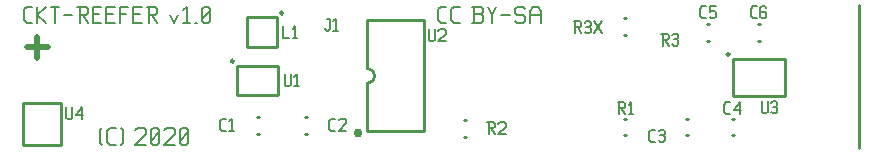
<source format=gbr>
G04 start of page 9 for group -4079 idx -4079 *
G04 Title: (unknown), topsilk *
G04 Creator: pcb 20140316 *
G04 CreationDate: Thu 20 Aug 2020 03:01:14 AM GMT UTC *
G04 For: railfan *
G04 Format: Gerber/RS-274X *
G04 PCB-Dimensions (mil): 3100.00 750.00 *
G04 PCB-Coordinate-Origin: lower left *
%MOIN*%
%FSLAX25Y25*%
%LNTOPSILK*%
%ADD62C,0.0060*%
%ADD61C,0.0300*%
%ADD60C,0.0200*%
%ADD59C,0.0100*%
G54D59*X291500Y63000D02*Y15500D01*
G54D60*X17500Y52500D02*Y45500D01*
X14000Y49000D02*X21000D01*
G54D61*X124500Y20500D03*
G54D62*X38500Y17200D02*X39200Y16500D01*
X38500Y21400D02*X39200Y22100D01*
X38500Y21400D02*Y17200D01*
X41860Y16500D02*X43680D01*
X40880Y17480D02*X41860Y16500D01*
X40880Y21120D02*Y17480D01*
Y21120D02*X41860Y22100D01*
X43680D01*
X45360D02*X46060Y21400D01*
Y17200D01*
X45360Y16500D02*X46060Y17200D01*
X50260Y21400D02*X50960Y22100D01*
X53060D01*
X53760Y21400D01*
Y20000D01*
X50260Y16500D02*X53760Y20000D01*
X50260Y16500D02*X53760D01*
X55440Y17200D02*X56140Y16500D01*
X55440Y21400D02*Y17200D01*
Y21400D02*X56140Y22100D01*
X57540D01*
X58240Y21400D01*
Y17200D01*
X57540Y16500D02*X58240Y17200D01*
X56140Y16500D02*X57540D01*
X55440Y17900D02*X58240Y20700D01*
X59920Y21400D02*X60620Y22100D01*
X62720D01*
X63420Y21400D01*
Y20000D01*
X59920Y16500D02*X63420Y20000D01*
X59920Y16500D02*X63420D01*
X65100Y17200D02*X65800Y16500D01*
X65100Y21400D02*Y17200D01*
Y21400D02*X65800Y22100D01*
X67200D01*
X67900Y21400D01*
Y17200D01*
X67200Y16500D02*X67900Y17200D01*
X65800Y16500D02*X67200D01*
X65100Y17900D02*X67900Y20700D01*
X151980Y57000D02*X153800D01*
X151000Y57980D02*X151980Y57000D01*
X151000Y61620D02*Y57980D01*
Y61620D02*X151980Y62600D01*
X153800D01*
X156460Y57000D02*X158280D01*
X155480Y57980D02*X156460Y57000D01*
X155480Y61620D02*Y57980D01*
Y61620D02*X156460Y62600D01*
X158280D01*
X162480Y57000D02*X165280D01*
X165980Y57700D01*
Y59380D02*Y57700D01*
X165280Y60080D02*X165980Y59380D01*
X163180Y60080D02*X165280D01*
X163180Y62600D02*Y57000D01*
X162480Y62600D02*X165280D01*
X165980Y61900D01*
Y60780D01*
X165280Y60080D02*X165980Y60780D01*
X167660Y62600D02*X169060Y59800D01*
X170460Y62600D01*
X169060Y59800D02*Y57000D01*
X172140Y59800D02*X174940D01*
X179420Y62600D02*X180120Y61900D01*
X177320Y62600D02*X179420D01*
X176620Y61900D02*X177320Y62600D01*
X176620Y61900D02*Y60500D01*
X177320Y59800D01*
X179420D01*
X180120Y59100D01*
Y57700D01*
X179420Y57000D02*X180120Y57700D01*
X177320Y57000D02*X179420D01*
X176620Y57700D02*X177320Y57000D01*
X181800Y61200D02*Y57000D01*
Y61200D02*X182780Y62600D01*
X184320D01*
X185300Y61200D01*
Y57000D01*
X181800Y59800D02*X185300D01*
X13980Y57000D02*X15800D01*
X13000Y57980D02*X13980Y57000D01*
X13000Y61620D02*Y57980D01*
Y61620D02*X13980Y62600D01*
X15800D01*
X17480D02*Y57000D01*
Y59800D02*X20280Y62600D01*
X17480Y59800D02*X20280Y57000D01*
X21960Y62600D02*X24760D01*
X23360D02*Y57000D01*
X26440Y59800D02*X29240D01*
X30920Y62600D02*X33720D01*
X34420Y61900D01*
Y60500D01*
X33720Y59800D02*X34420Y60500D01*
X31620Y59800D02*X33720D01*
X31620Y62600D02*Y57000D01*
X32740Y59800D02*X34420Y57000D01*
X36100Y60080D02*X38200D01*
X36100Y57000D02*X38900D01*
X36100Y62600D02*Y57000D01*
Y62600D02*X38900D01*
X40580Y60080D02*X42680D01*
X40580Y57000D02*X43380D01*
X40580Y62600D02*Y57000D01*
Y62600D02*X43380D01*
X45060D02*Y57000D01*
Y62600D02*X47860D01*
X45060Y60080D02*X47160D01*
X49540D02*X51640D01*
X49540Y57000D02*X52340D01*
X49540Y62600D02*Y57000D01*
Y62600D02*X52340D01*
X54020D02*X56820D01*
X57520Y61900D01*
Y60500D01*
X56820Y59800D02*X57520Y60500D01*
X54720Y59800D02*X56820D01*
X54720Y62600D02*Y57000D01*
X55840Y59800D02*X57520Y57000D01*
X61720Y59800D02*X63120Y57000D01*
X64520Y59800D02*X63120Y57000D01*
X66200Y61480D02*X67320Y62600D01*
Y57000D01*
X66200D02*X68300D01*
X69980D02*X70680D01*
X72360Y57700D02*X73060Y57000D01*
X72360Y61900D02*Y57700D01*
Y61900D02*X73060Y62600D01*
X74460D01*
X75160Y61900D01*
Y57700D01*
X74460Y57000D02*X75160Y57700D01*
X73060Y57000D02*X74460D01*
X72360Y58400D02*X75160Y61200D01*
G54D59*X12600Y30300D02*Y16400D01*
X25400D01*
Y30300D01*
X12600D01*
X127500Y21000D02*X146500D01*
Y58000D02*Y21000D01*
X127500Y58000D02*X146500D01*
X127500Y37000D02*Y21000D01*
Y58000D02*Y42000D01*
Y37000D02*G75*G03X127500Y42000I0J2500D01*G01*
X106607Y20245D02*X107393D01*
X106607Y25755D02*X107393D01*
X90607D02*X91393D01*
X90607Y20245D02*X91393D01*
X84110Y42921D02*X97890D01*
Y33079D01*
X84110D01*
Y42921D01*
X82110Y44421D02*G75*G03X82110Y44421I500J0D01*G01*
X97500Y59000D02*Y49000D01*
X87500Y59000D02*X97500D01*
X87500D02*Y49000D01*
X97500D01*
X99500Y60500D02*G75*G03X99500Y60500I-500J0D01*G01*
X159607Y19245D02*X160393D01*
X159607Y24755D02*X160393D01*
X213107Y19745D02*X213893D01*
X213107Y25255D02*X213893D01*
X213107Y58755D02*X213893D01*
X213107Y53245D02*X213893D01*
X249107Y19745D02*X249893D01*
X249107Y25255D02*X249893D01*
X233607D02*X234393D01*
X233607Y19745D02*X234393D01*
X257607Y51245D02*X258393D01*
X257607Y56755D02*X258393D01*
X249339Y45102D02*X266661D01*
Y32898D01*
X249339D02*X266661D01*
X249339Y45102D02*Y32898D01*
X247339Y46602D02*G75*G03X247339Y46602I500J0D01*G01*
X240607Y56755D02*X241393D01*
X240607Y51245D02*X241393D01*
G54D62*X27200Y29100D02*Y25600D01*
X27700Y25100D01*
X28700D01*
X29200Y25600D01*
Y29100D02*Y25600D01*
X30400Y26600D02*X32400Y29100D01*
X30400Y26600D02*X32900D01*
X32400Y29100D02*Y25100D01*
X148000Y55000D02*Y51500D01*
X148500Y51000D01*
X149500D01*
X150000Y51500D01*
Y55000D02*Y51500D01*
X151200Y54500D02*X151700Y55000D01*
X153200D01*
X153700Y54500D01*
Y53500D01*
X151200Y51000D02*X153700Y53500D01*
X151200Y51000D02*X153700D01*
X114200Y58500D02*X115000D01*
Y55000D01*
X114500Y54500D02*X115000Y55000D01*
X114000Y54500D02*X114500D01*
X113500Y55000D02*X114000Y54500D01*
X113500Y55500D02*Y55000D01*
X116200Y57700D02*X117000Y58500D01*
Y54500D01*
X116200D02*X117700D01*
X115507Y21150D02*X116807D01*
X114807Y21850D02*X115507Y21150D01*
X114807Y24450D02*Y21850D01*
Y24450D02*X115507Y25150D01*
X116807D01*
X118007Y24650D02*X118507Y25150D01*
X120007D01*
X120507Y24650D01*
Y23650D01*
X118007Y21150D02*X120507Y23650D01*
X118007Y21150D02*X120507D01*
X79050D02*X80350D01*
X78350Y21850D02*X79050Y21150D01*
X78350Y24450D02*Y21850D01*
Y24450D02*X79050Y25150D01*
X80350D01*
X81550Y24350D02*X82350Y25150D01*
Y21150D01*
X81550D02*X83050D01*
X99956Y40000D02*Y36500D01*
X100456Y36000D01*
X101456D01*
X101956Y36500D01*
Y40000D02*Y36500D01*
X103156Y39200D02*X103956Y40000D01*
Y36000D01*
X103156D02*X104656D01*
X99500Y56000D02*Y52000D01*
X101500D01*
X102700Y55200D02*X103500Y56000D01*
Y52000D01*
X102700D02*X104200D01*
X167500Y24000D02*X169500D01*
X170000Y23500D01*
Y22500D01*
X169500Y22000D02*X170000Y22500D01*
X168000Y22000D02*X169500D01*
X168000Y24000D02*Y20000D01*
X168800Y22000D02*X170000Y20000D01*
X171200Y23500D02*X171700Y24000D01*
X173200D01*
X173700Y23500D01*
Y22500D01*
X171200Y20000D02*X173700Y22500D01*
X171200Y20000D02*X173700D01*
X210936Y30650D02*X212936D01*
X213436Y30150D01*
Y29150D01*
X212936Y28650D02*X213436Y29150D01*
X211436Y28650D02*X212936D01*
X211436Y30650D02*Y26650D01*
X212236Y28650D02*X213436Y26650D01*
X214636Y29850D02*X215436Y30650D01*
Y26650D01*
X214636D02*X216136D01*
X222200Y17500D02*X223500D01*
X221500Y18200D02*X222200Y17500D01*
X221500Y20800D02*Y18200D01*
Y20800D02*X222200Y21500D01*
X223500D01*
X224700Y21000D02*X225200Y21500D01*
X226200D01*
X226700Y21000D01*
X226200Y17500D02*X226700Y18000D01*
X225200Y17500D02*X226200D01*
X224700Y18000D02*X225200Y17500D01*
Y19700D02*X226200D01*
X226700Y21000D02*Y20200D01*
Y19200D02*Y18000D01*
Y19200D02*X226200Y19700D01*
X226700Y20200D02*X226200Y19700D01*
X247136Y26650D02*X248436D01*
X246436Y27350D02*X247136Y26650D01*
X246436Y29950D02*Y27350D01*
Y29950D02*X247136Y30650D01*
X248436D01*
X249636Y28150D02*X251636Y30650D01*
X249636Y28150D02*X252136D01*
X251636Y30650D02*Y26650D01*
X259000Y31000D02*Y27500D01*
X259500Y27000D01*
X260500D01*
X261000Y27500D01*
Y31000D02*Y27500D01*
X262200Y30500D02*X262700Y31000D01*
X263700D01*
X264200Y30500D01*
X263700Y27000D02*X264200Y27500D01*
X262700Y27000D02*X263700D01*
X262200Y27500D02*X262700Y27000D01*
Y29200D02*X263700D01*
X264200Y30500D02*Y29700D01*
Y28700D02*Y27500D01*
Y28700D02*X263700Y29200D01*
X264200Y29700D02*X263700Y29200D01*
X256050Y58650D02*X257350D01*
X255350Y59350D02*X256050Y58650D01*
X255350Y61950D02*Y59350D01*
Y61950D02*X256050Y62650D01*
X257350D01*
X260050D02*X260550Y62150D01*
X259050Y62650D02*X260050D01*
X258550Y62150D02*X259050Y62650D01*
X258550Y62150D02*Y59150D01*
X259050Y58650D01*
X260050Y60850D02*X260550Y60350D01*
X258550Y60850D02*X260050D01*
X259050Y58650D02*X260050D01*
X260550Y59150D01*
Y60350D02*Y59150D01*
X239136Y58650D02*X240436D01*
X238436Y59350D02*X239136Y58650D01*
X238436Y61950D02*Y59350D01*
Y61950D02*X239136Y62650D01*
X240436D01*
X241636D02*X243636D01*
X241636D02*Y60650D01*
X242136Y61150D01*
X243136D01*
X243636Y60650D01*
Y59150D01*
X243136Y58650D02*X243636Y59150D01*
X242136Y58650D02*X243136D01*
X241636Y59150D02*X242136Y58650D01*
X225500Y53500D02*X227500D01*
X228000Y53000D01*
Y52000D01*
X227500Y51500D02*X228000Y52000D01*
X226000Y51500D02*X227500D01*
X226000Y53500D02*Y49500D01*
X226800Y51500D02*X228000Y49500D01*
X229200Y53000D02*X229700Y53500D01*
X230700D01*
X231200Y53000D01*
X230700Y49500D02*X231200Y50000D01*
X229700Y49500D02*X230700D01*
X229200Y50000D02*X229700Y49500D01*
Y51700D02*X230700D01*
X231200Y53000D02*Y52200D01*
Y51200D02*Y50000D01*
Y51200D02*X230700Y51700D01*
X231200Y52200D02*X230700Y51700D01*
X196307Y57650D02*X198307D01*
X198807Y57150D01*
Y56150D01*
X198307Y55650D02*X198807Y56150D01*
X196807Y55650D02*X198307D01*
X196807Y57650D02*Y53650D01*
X197607Y55650D02*X198807Y53650D01*
X200007Y57150D02*X200507Y57650D01*
X201507D01*
X202007Y57150D01*
X201507Y53650D02*X202007Y54150D01*
X200507Y53650D02*X201507D01*
X200007Y54150D02*X200507Y53650D01*
Y55850D02*X201507D01*
X202007Y57150D02*Y56350D01*
Y55350D02*Y54150D01*
Y55350D02*X201507Y55850D01*
X202007Y56350D02*X201507Y55850D01*
X203207Y53650D02*X205707Y57650D01*
X203207D02*X205707Y53650D01*
M02*

</source>
